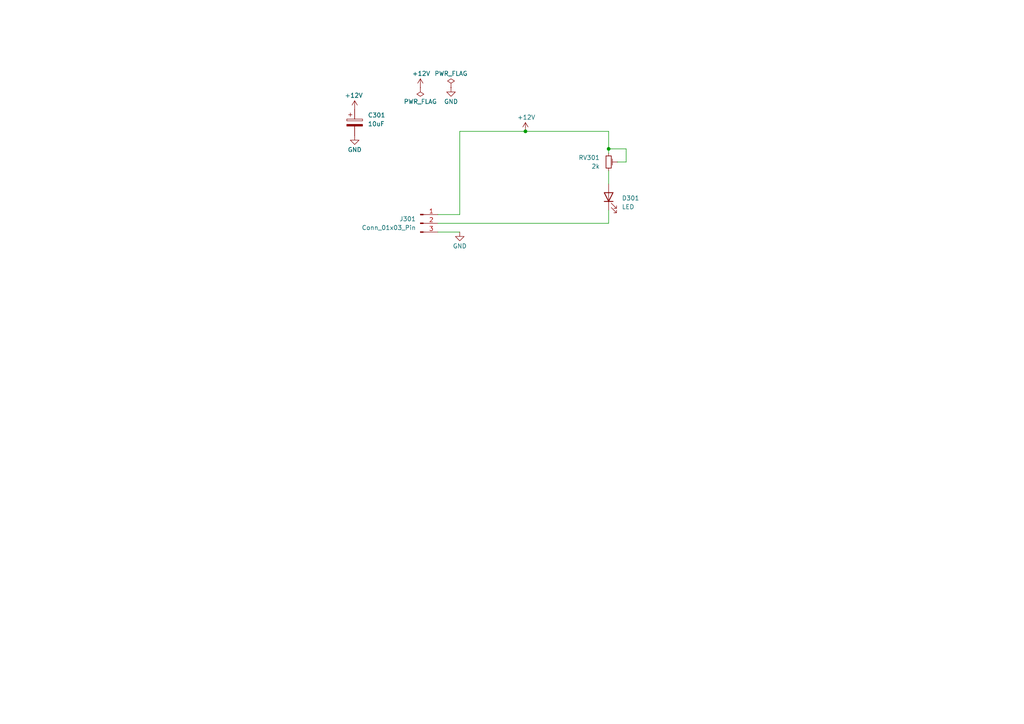
<source format=kicad_sch>
(kicad_sch (version 20231120) (generator "eeschema") (generator_version "8.0")
  (paper "A4")
  (title_block (date "2024-10-23") (rev "v1") (comment 1 "EUPL v1.2"))
  (lib_symbols
    (symbol "Capacitor_AKL:CP_Radial_D5.0mm_P2.00mm" (pin_numbers hide) (pin_names (offset 0.254))
      (property "Reference" "C" (at 0.635 2.54 0))
      (property "Value" "CP_Radial_D5.0mm_P2.00mm" (at 0.635 -2.54 0))
      (symbol "CP_Radial_D5.0mm_P2.00mm_0_1"
        (rectangle (start -2.286 0.508) (end 2.286 1.016))
        (polyline (pts (xy -1.778 2.286) (xy -0.762 2.286)))
        (polyline (pts (xy -1.27 2.794) (xy -1.27 1.778)))
        (rectangle (start 2.286 -0.508) (end -2.286 -1.016) (fill (type outline)))
      )
      (symbol "CP_Radial_D5.0mm_P2.00mm_1_1"
        (pin passive line (at 0 3.81 270) (length 2.794) (name "~") (number "1"))
        (pin passive line (at 0 -3.81 90) (length 2.794) (name "~") (number "2"))
      )
    )
    (symbol "Connector:Conn_01x03_Pin" (pin_names (offset 1.016) hide)
      (property "Reference" "J" (at 0 5.08 0))
      (property "Value" "Conn_01x03_Pin" (at 0 -5.08 0))
      (symbol "Conn_01x03_Pin_1_1"
        (polyline (pts (xy 1.27 -2.54) (xy 0.8636 -2.54)) (stroke (width 0.1524)))
        (polyline (pts (xy 1.27 0) (xy 0.8636 0)) (stroke (width 0.1524)))
        (polyline (pts (xy 1.27 2.54) (xy 0.8636 2.54)) (stroke (width 0.1524)))
        (rectangle (start 0.8636 -2.413) (end 0 -2.667) (stroke (width 0.1524)) (fill (type outline)))
        (rectangle (start 0.8636 0.127) (end 0 -0.127) (stroke (width 0.1524)) (fill (type outline)))
        (rectangle (start 0.8636 2.667) (end 0 2.413) (stroke (width 0.1524)) (fill (type outline)))
        (pin passive line (at 5.08 2.54 180) (length 3.81) (name "Pin_1") (number "1"))
        (pin passive line (at 5.08 0 180) (length 3.81) (name "Pin_2") (number "2"))
        (pin passive line (at 5.08 -2.54 180) (length 3.81) (name "Pin_3") (number "3"))
      )
    )
    (symbol "Device:LED" (pin_numbers hide) (pin_names (offset 1.016) hide)
      (property "Reference" "D" (at 0 2.54 0))
      (property "Value" "LED" (at 0 -2.54 0))
      (symbol "LED_0_1"
        (polyline (pts (xy -1.27 -1.27) (xy -1.27 1.27)) (stroke (width 0.254)))
        (polyline (pts (xy -1.27 0) (xy 1.27 0)))
        (polyline (pts (xy 1.27 -1.27) (xy 1.27 1.27) (xy -1.27 0) (xy 1.27 -1.27)) (stroke (width 0.254)))
        (polyline (pts (xy -3.048 -0.762) (xy -4.572 -2.286) (xy -3.81 -2.286) (xy -4.572 -2.286) (xy -4.572 -1.524)))
        (polyline (pts (xy -1.778 -0.762) (xy -3.302 -2.286) (xy -2.54 -2.286) (xy -3.302 -2.286) (xy -3.302 -1.524)))
      )
      (symbol "LED_1_1"
        (pin passive line (at -3.81 0 0) (length 2.54) (name "K") (number "1"))
        (pin passive line (at 3.81 0 180) (length 2.54) (name "A") (number "2"))
      )
    )
    (symbol "Seppl_Device:R_Potentiometer_Trim_Small" (pin_numbers hide) (pin_names (offset 1.016) hide)
      (property "Reference" "RV" (at -4.445 0 90))
      (property "Value" "R_Potentiometer_Trim_Small" (at -2.54 0 90))
      (symbol "R_Potentiometer_Trim_Small_0_1"
        (rectangle (start -0.76 1.78) (end 0.76 -1.78) (stroke (width 0.2032)))
        (polyline (pts (xy 0 -1.78) (xy 0 -2.54)))
        (polyline (pts (xy 0 1.78) (xy 0 2.54)))
        (polyline (pts (xy 1.0885 0.8805) (xy 1.0885 -0.8779)))
        (polyline (pts (xy 1.0941 0) (xy 2.54 0)))
      )
      (symbol "R_Potentiometer_Trim_Small_1_1"
        (pin passive line (at 0 2.54 270) (length 0) (name "1") (number "1"))
        (pin passive line (at 2.54 0 180) (length 0) (name "2") (number "2"))
        (pin passive line (at 0 -2.54 90) (length 0) (name "3") (number "3"))
      )
    )
    (symbol "Seppl_power:PWR_FLAG" (power) (pin_numbers hide) (pin_names (offset 0) hide)
      (property "Value" "PWR_FLAG" (at 0 3.81 0))
      (symbol "PWR_FLAG_0_0"
        (pin power_out line (at 0 0 90) (length 0) (name "pwr") (number "1"))
      )
      (symbol "PWR_FLAG_0_1"
        (polyline (pts (xy 0 0) (xy 0 1.27) (xy -1.016 1.905) (xy 0 2.54) (xy 1.016 1.905) (xy 0 1.27)))
      )
    )
    (symbol "power:+12V" (power) (pin_numbers hide) (pin_names (offset 0) hide)
      (property "Value" "+12V" (at 0 3.556 0))
      (symbol "+12V_0_1"
        (polyline (pts (xy -0.762 1.27) (xy 0 2.54)))
        (polyline (pts (xy 0 0) (xy 0 2.54)))
        (polyline (pts (xy 0 2.54) (xy 0.762 1.27)))
      )
      (symbol "+12V_1_1"
        (pin power_in line (at 0 0 90) (length 0) (name "~") (number "1"))
      )
    )
    (symbol "power:GND" (power) (pin_numbers hide) (pin_names (offset 0) hide)
      (property "Value" "GND" (at 0 -3.81 0))
      (symbol "GND_0_1"
        (polyline (pts (xy 0 0) (xy 0 -1.27) (xy 1.27 -1.27) (xy 0 -2.54) (xy -1.27 -1.27) (xy 0 -1.27)))
      )
      (symbol "GND_1_1"
        (pin power_in line (at 0 0 270) (length 0) (name "~") (number "1"))
      )
    )
  )
  (junction (at 176.53 43.18))
  (junction (at 152.4 38.1))
  (wire (pts (xy 176.53 49.53) (xy 176.53 53.34)))
  (wire (pts (xy 176.53 43.18) (xy 176.53 44.45)))
  (wire (pts (xy 181.61 46.99) (xy 181.61 43.18)))
  (wire (pts (xy 133.35 62.23) (xy 133.35 38.1)))
  (wire (pts (xy 127 64.77) (xy 176.53 64.77)))
  (wire (pts (xy 176.53 43.18) (xy 181.61 43.18)))
  (wire (pts (xy 127 67.31) (xy 133.35 67.31)))
  (wire (pts (xy 179.07 46.99) (xy 181.61 46.99)))
  (wire (pts (xy 176.53 60.96) (xy 176.53 64.77)))
  (wire (pts (xy 152.4 38.1) (xy 176.53 38.1)))
  (wire (pts (xy 176.53 38.1) (xy 176.53 43.18)))
  (wire (pts (xy 127 62.23) (xy 133.35 62.23)))
  (wire (pts (xy 133.35 38.1) (xy 152.4 38.1)))
  (symbol (lib_id "Connector:Conn_01x03_Pin") (at 121.92 64.77 0) (unit 1)
    (property "Reference" "J301" (at 120.65 63.4999 0) (effects (justify right)))
    (property "Value" "Conn_01x03_Pin" (at 120.65 66.0399 0) (effects (justify right)))
    (property "Description" "Generic connector, single row, 01x03, script generated" (effects (hide yes)))
  )
  (symbol (lib_id "power:GND") (at 130.81 25.4 0) (mirror y) (unit 1)
    (property "Reference" "#PWR0304" (effects (hide yes)))
    (property "Value" "GND" (at 130.81 29.464 0))
    (property "Description" "Power symbol creates a global label with name \"GND\" , ground" (effects (hide yes)))
  )
  (symbol (lib_id "Capacitor_AKL:CP_Radial_D5.0mm_P2.00mm") (at 102.87 35.56 0) (unit 1)
    (property "Reference" "C301" (at 106.68 33.4009 0) (effects (justify left)))
    (property "Value" "10uF" (at 106.68 35.9409 0) (effects (justify left)))
    (property "Footprint" "Capacitor_THT_AKL:CP_Radial_D5.0mm_P2.00mm" (effects (hide yes)))
    (property "Description" "THT Electrolytic Capacitor, 5.0mm Diameter, 2.00mm Pitch, European Symbol, Alternate KiCad Library" (effects (hide yes)))
  )
  (symbol (lib_id "power:+12V") (at 102.87 31.75 0) (unit 1)
    (property "Reference" "#PWR0301" (effects (hide yes)))
    (property "Value" "+12V" (at 102.616 27.686 0))
    (property "Description" "Power symbol creates a global label with name \"+12V\"" (effects (hide yes)))
  )
  (symbol (lib_id "Device:LED") (at 176.53 57.15 90) (unit 1)
    (property "Reference" "D301" (at 180.34 57.4674 90) (effects (justify right)))
    (property "Value" "LED" (at 180.34 60.0074 90) (effects (justify right)))
    (property "Description" "Light emitting diode" (effects (hide yes)))
  )
  (symbol (lib_id "power:+12V") (at 152.4 38.1 0) (mirror y) (unit 1)
    (property "Reference" "#PWR0305" (effects (hide yes)))
    (property "Value" "+12V" (at 152.654 34.036 0))
    (property "Description" "Power symbol creates a global label with name \"+12V\"" (effects (hide yes)))
  )
  (symbol (lib_id "Seppl_power:PWR_FLAG") (at 130.81 25.4 0) (unit 1)
    (property "Reference" "#FLG0302" (effects (hide yes)))
    (property "Value" "PWR_FLAG" (at 130.81 21.336 0))
    (property "Description" "Special symbol for telling ERC where power comes from" (effects (hide yes)))
  )
  (symbol (lib_id "power:+12V") (at 121.92 25.4 0) (mirror y) (unit 1)
    (property "Reference" "#PWR0303" (effects (hide yes)))
    (property "Value" "+12V" (at 122.174 21.336 0))
    (property "Description" "Power symbol creates a global label with name \"+12V\"" (effects (hide yes)))
  )
  (symbol (lib_id "Seppl_Device:R_Potentiometer_Trim_Small") (at 176.53 46.99 0) (unit 1)
    (property "Reference" "RV301" (at 173.99 45.7199 0) (effects (justify right)))
    (property "Value" "2k" (at 173.99 48.2599 0) (effects (justify right)))
    (property "Description" "Trim-potentiometer" (effects (hide yes)))
  )
  (symbol (lib_id "power:GND") (at 102.87 39.37 0) (unit 1)
    (property "Reference" "#PWR0302" (effects (hide yes)))
    (property "Value" "GND" (at 102.87 43.434 0))
    (property "Description" "Power symbol creates a global label with name \"GND\" , ground" (effects (hide yes)))
  )
  (symbol (lib_id "Seppl_power:PWR_FLAG") (at 121.92 25.4 180) (unit 1)
    (property "Reference" "#FLG0301" (effects (hide yes)))
    (property "Value" "PWR_FLAG" (at 121.92 29.464 0))
    (property "Description" "Special symbol for telling ERC where power comes from" (effects (hide yes)))
  )
  (symbol (lib_id "power:GND") (at 133.35 67.31 0) (mirror y) (unit 1)
    (property "Reference" "#PWR0306" (effects (hide yes)))
    (property "Value" "GND" (at 133.35 71.374 0))
    (property "Description" "Power symbol creates a global label with name \"GND\" , ground" (effects (hide yes)))
  )
)
</source>
